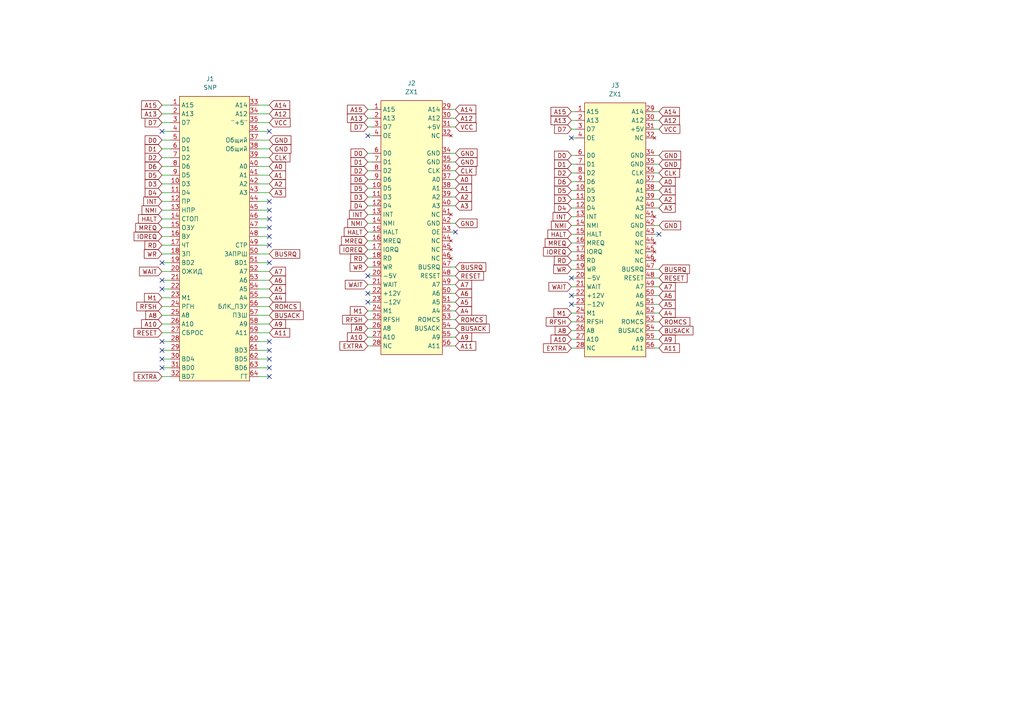
<source format=kicad_sch>
(kicad_sch (version 20230121) (generator eeschema)
  (paper "A4")
  (lib_symbols
    (symbol "ZXBUS_1"
      (property "Reference" "J2" (at 0 43.18 0))
      (property "Value" "ZX1" (at 0 40.64 0))
      (symbol "ZXBUS_1_1_1"
        (rectangle (start -8.89 38.1) (end 8.89 -35.56) (fill (type background)))
        (pin input line (at -11.43 35.56 0) (length 2.54) (name "A15") (number "1"))
        (pin input line (at -11.43 12.7 0) (length 2.54) (name "D5") (number "10"))
        (pin input line (at -11.43 10.16 0) (length 2.54) (name "D3") (number "11"))
        (pin input line (at -11.43 7.62 0) (length 2.54) (name "D4") (number "12"))
        (pin input line (at -11.43 5.08 0) (length 2.54) (name "INT") (number "13"))
        (pin input line (at -11.43 2.54 0) (length 2.54) (name "NMI") (number "14"))
        (pin input line (at -11.43 0 0) (length 2.54) (name "HALT") (number "15"))
        (pin input line (at -11.43 -2.54 0) (length 2.54) (name "MREQ") (number "16"))
        (pin input line (at -11.43 -5.08 0) (length 2.54) (name "IORQ") (number "17"))
        (pin input line (at -11.43 -7.62 0) (length 2.54) (name "RD") (number "18"))
        (pin input line (at -11.43 -10.16 0) (length 2.54) (name "WR") (number "19"))
        (pin input line (at -11.43 33.02 0) (length 2.54) (name "A13") (number "2"))
        (pin input line (at -11.43 -12.7 0) (length 2.54) (name "-5V") (number "20"))
        (pin input line (at -11.43 -15.24 0) (length 2.54) (name "WAIT") (number "21"))
        (pin input line (at -11.43 -17.78 0) (length 2.54) (name "+12V") (number "22"))
        (pin input line (at -11.43 -20.32 0) (length 2.54) (name "-12V") (number "23"))
        (pin input line (at -11.43 -22.86 0) (length 2.54) (name "M1") (number "24"))
        (pin input line (at -11.43 -25.4 0) (length 2.54) (name "RFSH") (number "25"))
        (pin input line (at -11.43 -27.94 0) (length 2.54) (name "A8") (number "26"))
        (pin input line (at -11.43 -30.48 0) (length 2.54) (name "A10") (number "27"))
        (pin input line (at -11.43 -33.02 0) (length 2.54) (name "NC") (number "28"))
        (pin input line (at 11.43 35.56 180) (length 2.54) (name "A14") (number "29"))
        (pin input line (at -11.43 30.48 0) (length 2.54) (name "D7") (number "3"))
        (pin input line (at 11.43 33.02 180) (length 2.54) (name "A12") (number "30"))
        (pin input line (at 11.43 30.48 180) (length 2.54) (name "+5V") (number "31"))
        (pin no_connect line (at 11.43 27.94 180) (length 2.54) (name "NC") (number "32"))
        (pin input line (at 11.43 22.86 180) (length 2.54) (name "GND") (number "34"))
        (pin input line (at 11.43 20.32 180) (length 2.54) (name "GND") (number "35"))
        (pin input line (at 11.43 17.78 180) (length 2.54) (name "CLK") (number "36"))
        (pin input line (at 11.43 15.24 180) (length 2.54) (name "A0") (number "37"))
        (pin input line (at 11.43 12.7 180) (length 2.54) (name "A1") (number "38"))
        (pin input line (at 11.43 10.16 180) (length 2.54) (name "A2") (number "39"))
        (pin input line (at -11.43 27.94 0) (length 2.54) (name "OE") (number "4"))
        (pin input line (at 11.43 7.62 180) (length 2.54) (name "A3") (number "40"))
        (pin no_connect line (at 11.43 5.08 180) (length 2.54) (name "NC") (number "41"))
        (pin input line (at 11.43 2.54 180) (length 2.54) (name "GND") (number "42"))
        (pin input line (at 11.43 0 180) (length 2.54) (name "OE") (number "43"))
        (pin no_connect line (at 11.43 -2.54 180) (length 2.54) (name "NC") (number "44"))
        (pin no_connect line (at 11.43 -5.08 180) (length 2.54) (name "NC") (number "45"))
        (pin no_connect line (at 11.43 -7.62 180) (length 2.54) (name "NC") (number "46"))
        (pin input line (at 11.43 -10.16 180) (length 2.54) (name "BUSRQ") (number "47"))
        (pin input line (at 11.43 -12.7 180) (length 2.54) (name "RESET") (number "48"))
        (pin input line (at 11.43 -15.24 180) (length 2.54) (name "A7") (number "49"))
        (pin input line (at 11.43 -17.78 180) (length 2.54) (name "A6") (number "50"))
        (pin input line (at 11.43 -20.32 180) (length 2.54) (name "A5") (number "51"))
        (pin input line (at 11.43 -22.86 180) (length 2.54) (name "A4") (number "52"))
        (pin input line (at 11.43 -25.4 180) (length 2.54) (name "ROMCS") (number "53"))
        (pin input line (at 11.43 -27.94 180) (length 2.54) (name "BUSACK") (number "54"))
        (pin input line (at 11.43 -30.48 180) (length 2.54) (name "A9") (number "55"))
        (pin input line (at 11.43 -33.02 180) (length 2.54) (name "A11") (number "56"))
        (pin input line (at -11.43 22.86 0) (length 2.54) (name "D0") (number "6"))
        (pin input line (at -11.43 20.32 0) (length 2.54) (name "D1") (number "7"))
        (pin input line (at -11.43 17.78 0) (length 2.54) (name "D2") (number "8"))
        (pin input line (at -11.43 15.24 0) (length 2.54) (name "D6") (number "9"))
      )
    )
    (symbol "delta_convertor:SNP"
      (property "Reference" "J1" (at -1.27 44.45 0))
      (property "Value" "SNP" (at -1.27 41.91 0))
      (symbol "SNP_1_1"
        (rectangle (start -10.16 39.37) (end 10.16 -43.18) (fill (type background)))
        (pin output line (at -12.7 36.83 0) (length 2.54) (name "A15") (number "1"))
        (pin output line (at -12.7 13.97 0) (length 2.54) (name "D3") (number "10"))
        (pin output line (at -12.7 11.43 0) (length 2.54) (name "D4") (number "11"))
        (pin output line (at -12.7 8.89 0) (length 2.54) (name "ПР") (number "12"))
        (pin output line (at -12.7 6.35 0) (length 2.54) (name "НПР") (number "13"))
        (pin output line (at -12.7 3.81 0) (length 2.54) (name "СТОП") (number "14"))
        (pin output line (at -12.7 1.27 0) (length 2.54) (name "ОЗУ") (number "15"))
        (pin output line (at -12.7 -1.27 0) (length 2.54) (name "ВУ") (number "16"))
        (pin output line (at -12.7 -3.81 0) (length 2.54) (name "ЧТ") (number "17"))
        (pin output line (at -12.7 -6.35 0) (length 2.54) (name "ЗП") (number "18"))
        (pin output line (at -12.7 -8.89 0) (length 2.54) (name "BD2") (number "19"))
        (pin output line (at -12.7 34.29 0) (length 2.54) (name "A13") (number "2"))
        (pin output line (at -12.7 -11.43 0) (length 2.54) (name "ОЖИД") (number "20"))
        (pin output line (at -12.7 -13.97 0) (length 2.54) (name "") (number "21"))
        (pin output line (at -12.7 -16.51 0) (length 2.54) (name "") (number "22"))
        (pin output line (at -12.7 -19.05 0) (length 2.54) (name "М1") (number "23"))
        (pin output line (at -12.7 -21.59 0) (length 2.54) (name "РГН") (number "24"))
        (pin output line (at -12.7 -24.13 0) (length 2.54) (name "A8") (number "25"))
        (pin output line (at -12.7 -26.67 0) (length 2.54) (name "A10") (number "26"))
        (pin output line (at -12.7 -29.21 0) (length 2.54) (name "СБРОС") (number "27"))
        (pin output line (at -12.7 -31.75 0) (length 2.54) (name "") (number "28"))
        (pin output line (at -12.7 -34.29 0) (length 2.54) (name "") (number "29"))
        (pin output line (at -12.7 31.75 0) (length 2.54) (name "D7") (number "3"))
        (pin output line (at -12.7 -36.83 0) (length 2.54) (name "BD4") (number "30"))
        (pin output line (at -12.7 -39.37 0) (length 2.54) (name "BD0") (number "31"))
        (pin output line (at -12.7 -41.91 0) (length 2.54) (name "BD7") (number "32"))
        (pin output line (at 12.7 36.83 180) (length 2.54) (name "A14") (number "33"))
        (pin output line (at 12.7 34.29 180) (length 2.54) (name "A12") (number "34"))
        (pin output line (at 12.7 31.75 180) (length 2.54) (name "\"+5\"") (number "35"))
        (pin output line (at 12.7 29.21 180) (length 2.54) (name "") (number "36"))
        (pin output line (at 12.7 26.67 180) (length 2.54) (name "Общий") (number "37"))
        (pin output line (at 12.7 24.13 180) (length 2.54) (name "Общий") (number "38"))
        (pin output line (at 12.7 21.59 180) (length 2.54) (name "") (number "39"))
        (pin output line (at -12.7 29.21 0) (length 2.54) (name "") (number "4"))
        (pin output line (at 12.7 19.05 180) (length 2.54) (name "A0") (number "40"))
        (pin output line (at 12.7 16.51 180) (length 2.54) (name "A1") (number "41"))
        (pin output line (at 12.7 13.97 180) (length 2.54) (name "A2") (number "42"))
        (pin output line (at 12.7 11.43 180) (length 2.54) (name "A3") (number "43"))
        (pin output line (at 12.7 8.89 180) (length 2.54) (name "") (number "44"))
        (pin output line (at 12.7 6.35 180) (length 2.54) (name "") (number "45"))
        (pin output line (at 12.7 3.81 180) (length 2.54) (name "") (number "46"))
        (pin output line (at 12.7 1.27 180) (length 2.54) (name "") (number "47"))
        (pin output line (at 12.7 -1.27 180) (length 2.54) (name "") (number "48"))
        (pin output line (at 12.7 -3.81 180) (length 2.54) (name "СТР") (number "49"))
        (pin output line (at -12.7 26.67 0) (length 2.54) (name "D0") (number "5"))
        (pin output line (at 12.7 -6.35 180) (length 2.54) (name "ЗАПРШ") (number "50"))
        (pin output line (at 12.7 -8.89 180) (length 2.54) (name "BD1") (number "51"))
        (pin output line (at 12.7 -11.43 180) (length 2.54) (name "A7") (number "52"))
        (pin output line (at 12.7 -13.97 180) (length 2.54) (name "A6") (number "53"))
        (pin output line (at 12.7 -16.51 180) (length 2.54) (name "A5") (number "54"))
        (pin output line (at 12.7 -19.05 180) (length 2.54) (name "A4") (number "55"))
        (pin output line (at 12.7 -21.59 180) (length 2.54) (name "БЛК_ПЗУ") (number "56"))
        (pin output line (at 12.7 -24.13 180) (length 2.54) (name "ПЗШ") (number "57"))
        (pin output line (at 12.7 -26.67 180) (length 2.54) (name "A9") (number "58"))
        (pin output line (at 12.7 -29.21 180) (length 2.54) (name "A11") (number "59"))
        (pin output line (at -12.7 24.13 0) (length 2.54) (name "D1") (number "6"))
        (pin output line (at 12.7 -31.75 180) (length 2.54) (name "") (number "60"))
        (pin output line (at 12.7 -34.29 180) (length 2.54) (name "BD3") (number "61"))
        (pin output line (at 12.7 -36.83 180) (length 2.54) (name "BD5") (number "62"))
        (pin output line (at 12.7 -39.37 180) (length 2.54) (name "BD6") (number "63"))
        (pin output line (at 12.7 -41.91 180) (length 2.54) (name "ГТ") (number "64"))
        (pin output line (at -12.7 21.59 0) (length 2.54) (name "D2") (number "7"))
        (pin output line (at -12.7 19.05 0) (length 2.54) (name "D6") (number "8"))
        (pin output line (at -12.7 16.51 0) (length 2.54) (name "D5") (number "9"))
      )
    )
  )
  (no_connect (at 46.99 38.1))
  (no_connect (at 78.105 101.6))
  (no_connect (at 46.99 76.2))
  (no_connect (at 191.135 67.945))
  (no_connect (at 165.735 80.645))
  (no_connect (at 78.105 106.68))
  (no_connect (at 165.735 85.725))
  (no_connect (at 46.99 81.28))
  (no_connect (at 106.68 85.09))
  (no_connect (at 78.105 71.12))
  (no_connect (at 165.735 40.005))
  (no_connect (at 46.99 99.06))
  (no_connect (at 78.105 76.2))
  (no_connect (at 78.105 58.42))
  (no_connect (at 78.105 60.96))
  (no_connect (at 78.105 109.22))
  (no_connect (at 46.99 101.6))
  (no_connect (at 132.08 67.31))
  (no_connect (at 78.105 66.04))
  (no_connect (at 78.105 104.14))
  (no_connect (at 46.99 106.68))
  (no_connect (at 106.68 80.01))
  (no_connect (at 106.68 39.37))
  (no_connect (at 78.105 63.5))
  (no_connect (at 106.68 87.63))
  (no_connect (at 78.105 68.58))
  (no_connect (at 46.99 83.82))
  (no_connect (at 78.105 99.06))
  (no_connect (at 165.735 88.265))
  (no_connect (at 46.99 104.14))
  (no_connect (at 78.105 38.1))
  (wire (pts (xy 46.99 30.48) (xy 49.53 30.48)))
  (wire (pts (xy 46.99 48.26) (xy 49.53 48.26)))
  (wire (pts (xy 78.105 86.36) (xy 74.93 86.36)))
  (wire (pts (xy 46.99 43.18) (xy 49.53 43.18)))
  (wire (pts (xy 165.735 55.245) (xy 167.005 55.245)))
  (wire (pts (xy 78.105 30.48) (xy 74.93 30.48)))
  (wire (pts (xy 106.68 46.99) (xy 107.95 46.99)))
  (wire (pts (xy 132.08 36.83) (xy 130.81 36.83)))
  (wire (pts (xy 165.735 32.385) (xy 167.005 32.385)))
  (wire (pts (xy 191.135 34.925) (xy 189.865 34.925)))
  (wire (pts (xy 191.135 90.805) (xy 189.865 90.805)))
  (wire (pts (xy 46.99 66.04) (xy 49.53 66.04)))
  (wire (pts (xy 46.99 63.5) (xy 49.53 63.5)))
  (wire (pts (xy 78.105 66.04) (xy 74.93 66.04)))
  (wire (pts (xy 165.735 83.185) (xy 167.005 83.185)))
  (wire (pts (xy 46.99 101.6) (xy 49.53 101.6)))
  (wire (pts (xy 165.735 67.945) (xy 167.005 67.945)))
  (wire (pts (xy 165.735 52.705) (xy 167.005 52.705)))
  (wire (pts (xy 165.735 100.965) (xy 167.005 100.965)))
  (wire (pts (xy 46.99 68.58) (xy 49.53 68.58)))
  (wire (pts (xy 132.08 67.31) (xy 130.81 67.31)))
  (wire (pts (xy 106.68 52.07) (xy 107.95 52.07)))
  (wire (pts (xy 78.105 53.34) (xy 74.93 53.34)))
  (wire (pts (xy 78.105 45.72) (xy 74.93 45.72)))
  (wire (pts (xy 191.135 60.325) (xy 189.865 60.325)))
  (wire (pts (xy 106.68 72.39) (xy 107.95 72.39)))
  (wire (pts (xy 78.105 99.06) (xy 74.93 99.06)))
  (wire (pts (xy 165.735 88.265) (xy 167.005 88.265)))
  (wire (pts (xy 46.99 73.66) (xy 49.53 73.66)))
  (wire (pts (xy 78.105 68.58) (xy 74.93 68.58)))
  (wire (pts (xy 46.99 40.64) (xy 49.53 40.64)))
  (wire (pts (xy 78.105 81.28) (xy 74.93 81.28)))
  (wire (pts (xy 46.99 86.36) (xy 49.53 86.36)))
  (wire (pts (xy 165.735 73.025) (xy 167.005 73.025)))
  (wire (pts (xy 165.735 95.885) (xy 167.005 95.885)))
  (wire (pts (xy 165.735 80.645) (xy 167.005 80.645)))
  (wire (pts (xy 191.135 80.645) (xy 189.865 80.645)))
  (wire (pts (xy 132.08 64.77) (xy 130.81 64.77)))
  (wire (pts (xy 78.105 78.74) (xy 74.93 78.74)))
  (wire (pts (xy 78.105 58.42) (xy 74.93 58.42)))
  (wire (pts (xy 132.08 82.55) (xy 130.81 82.55)))
  (wire (pts (xy 78.105 63.5) (xy 74.93 63.5)))
  (wire (pts (xy 78.105 109.22) (xy 74.93 109.22)))
  (wire (pts (xy 106.68 49.53) (xy 107.95 49.53)))
  (wire (pts (xy 46.99 35.56) (xy 49.53 35.56)))
  (wire (pts (xy 191.135 93.345) (xy 189.865 93.345)))
  (wire (pts (xy 106.68 90.17) (xy 107.95 90.17)))
  (wire (pts (xy 191.135 57.785) (xy 189.865 57.785)))
  (wire (pts (xy 165.735 75.565) (xy 167.005 75.565)))
  (wire (pts (xy 132.08 44.45) (xy 130.81 44.45)))
  (wire (pts (xy 191.135 98.425) (xy 189.865 98.425)))
  (wire (pts (xy 165.735 98.425) (xy 167.005 98.425)))
  (wire (pts (xy 46.99 106.68) (xy 49.53 106.68)))
  (wire (pts (xy 165.735 40.005) (xy 167.005 40.005)))
  (wire (pts (xy 106.68 85.09) (xy 107.95 85.09)))
  (wire (pts (xy 78.105 50.8) (xy 74.93 50.8)))
  (wire (pts (xy 106.68 74.93) (xy 107.95 74.93)))
  (wire (pts (xy 78.105 76.2) (xy 74.93 76.2)))
  (wire (pts (xy 191.135 78.105) (xy 189.865 78.105)))
  (wire (pts (xy 78.105 71.12) (xy 74.93 71.12)))
  (wire (pts (xy 106.68 54.61) (xy 107.95 54.61)))
  (wire (pts (xy 46.99 38.1) (xy 49.53 38.1)))
  (wire (pts (xy 106.68 39.37) (xy 107.95 39.37)))
  (wire (pts (xy 106.68 100.33) (xy 107.95 100.33)))
  (wire (pts (xy 78.105 40.64) (xy 74.93 40.64)))
  (wire (pts (xy 165.735 60.325) (xy 167.005 60.325)))
  (wire (pts (xy 106.68 31.75) (xy 107.95 31.75)))
  (wire (pts (xy 78.105 48.26) (xy 74.93 48.26)))
  (wire (pts (xy 106.68 80.01) (xy 107.95 80.01)))
  (wire (pts (xy 46.99 88.9) (xy 49.53 88.9)))
  (wire (pts (xy 78.105 60.96) (xy 74.93 60.96)))
  (wire (pts (xy 165.735 85.725) (xy 167.005 85.725)))
  (wire (pts (xy 46.99 93.98) (xy 49.53 93.98)))
  (wire (pts (xy 78.105 38.1) (xy 74.93 38.1)))
  (wire (pts (xy 78.105 101.6) (xy 74.93 101.6)))
  (wire (pts (xy 132.08 77.47) (xy 130.81 77.47)))
  (wire (pts (xy 46.99 55.88) (xy 49.53 55.88)))
  (wire (pts (xy 46.99 104.14) (xy 49.53 104.14)))
  (wire (pts (xy 46.99 60.96) (xy 49.53 60.96)))
  (wire (pts (xy 132.08 97.79) (xy 130.81 97.79)))
  (wire (pts (xy 191.135 83.185) (xy 189.865 83.185)))
  (wire (pts (xy 132.08 95.25) (xy 130.81 95.25)))
  (wire (pts (xy 46.99 45.72) (xy 49.53 45.72)))
  (wire (pts (xy 106.68 44.45) (xy 107.95 44.45)))
  (wire (pts (xy 46.99 78.74) (xy 49.53 78.74)))
  (wire (pts (xy 191.135 100.965) (xy 189.865 100.965)))
  (wire (pts (xy 106.68 57.15) (xy 107.95 57.15)))
  (wire (pts (xy 191.135 65.405) (xy 189.865 65.405)))
  (wire (pts (xy 132.08 52.07) (xy 130.81 52.07)))
  (wire (pts (xy 191.135 67.945) (xy 189.865 67.945)))
  (wire (pts (xy 46.99 99.06) (xy 49.53 99.06)))
  (wire (pts (xy 132.08 57.15) (xy 130.81 57.15)))
  (wire (pts (xy 106.68 92.71) (xy 107.95 92.71)))
  (wire (pts (xy 106.68 62.23) (xy 107.95 62.23)))
  (wire (pts (xy 78.105 93.98) (xy 74.93 93.98)))
  (wire (pts (xy 78.105 88.9) (xy 74.93 88.9)))
  (wire (pts (xy 78.105 73.66) (xy 74.93 73.66)))
  (wire (pts (xy 132.08 90.17) (xy 130.81 90.17)))
  (wire (pts (xy 165.735 45.085) (xy 167.005 45.085)))
  (wire (pts (xy 132.08 31.75) (xy 130.81 31.75)))
  (wire (pts (xy 165.735 90.805) (xy 167.005 90.805)))
  (wire (pts (xy 78.105 55.88) (xy 74.93 55.88)))
  (wire (pts (xy 132.08 80.01) (xy 130.81 80.01)))
  (wire (pts (xy 132.08 85.09) (xy 130.81 85.09)))
  (wire (pts (xy 191.135 32.385) (xy 189.865 32.385)))
  (wire (pts (xy 46.99 109.22) (xy 49.53 109.22)))
  (wire (pts (xy 46.99 53.34) (xy 49.53 53.34)))
  (wire (pts (xy 78.105 104.14) (xy 74.93 104.14)))
  (wire (pts (xy 46.99 83.82) (xy 49.53 83.82)))
  (wire (pts (xy 78.105 91.44) (xy 74.93 91.44)))
  (wire (pts (xy 165.735 70.485) (xy 167.005 70.485)))
  (wire (pts (xy 165.735 93.345) (xy 167.005 93.345)))
  (wire (pts (xy 191.135 50.165) (xy 189.865 50.165)))
  (wire (pts (xy 106.68 64.77) (xy 107.95 64.77)))
  (wire (pts (xy 132.08 54.61) (xy 130.81 54.61)))
  (wire (pts (xy 191.135 47.625) (xy 189.865 47.625)))
  (wire (pts (xy 46.99 76.2) (xy 49.53 76.2)))
  (wire (pts (xy 106.68 82.55) (xy 107.95 82.55)))
  (wire (pts (xy 106.68 67.31) (xy 107.95 67.31)))
  (wire (pts (xy 78.105 83.82) (xy 74.93 83.82)))
  (wire (pts (xy 78.105 33.02) (xy 74.93 33.02)))
  (wire (pts (xy 106.68 77.47) (xy 107.95 77.47)))
  (wire (pts (xy 191.135 45.085) (xy 189.865 45.085)))
  (wire (pts (xy 165.735 78.105) (xy 167.005 78.105)))
  (wire (pts (xy 191.135 95.885) (xy 189.865 95.885)))
  (wire (pts (xy 78.105 106.68) (xy 74.93 106.68)))
  (wire (pts (xy 46.99 81.28) (xy 49.53 81.28)))
  (wire (pts (xy 132.08 100.33) (xy 130.81 100.33)))
  (wire (pts (xy 165.735 34.925) (xy 167.005 34.925)))
  (wire (pts (xy 106.68 34.29) (xy 107.95 34.29)))
  (wire (pts (xy 106.68 59.69) (xy 107.95 59.69)))
  (wire (pts (xy 132.08 34.29) (xy 130.81 34.29)))
  (wire (pts (xy 46.99 71.12) (xy 49.53 71.12)))
  (wire (pts (xy 132.08 59.69) (xy 130.81 59.69)))
  (wire (pts (xy 191.135 55.245) (xy 189.865 55.245)))
  (wire (pts (xy 132.08 87.63) (xy 130.81 87.63)))
  (wire (pts (xy 46.99 50.8) (xy 49.53 50.8)))
  (wire (pts (xy 165.735 37.465) (xy 167.005 37.465)))
  (wire (pts (xy 106.68 36.83) (xy 107.95 36.83)))
  (wire (pts (xy 191.135 37.465) (xy 189.865 37.465)))
  (wire (pts (xy 165.735 47.625) (xy 167.005 47.625)))
  (wire (pts (xy 78.105 35.56) (xy 74.93 35.56)))
  (wire (pts (xy 132.08 46.99) (xy 130.81 46.99)))
  (wire (pts (xy 106.68 87.63) (xy 107.95 87.63)))
  (wire (pts (xy 46.99 58.42) (xy 49.53 58.42)))
  (wire (pts (xy 165.735 50.165) (xy 167.005 50.165)))
  (wire (pts (xy 165.735 65.405) (xy 167.005 65.405)))
  (wire (pts (xy 191.135 85.725) (xy 189.865 85.725)))
  (wire (pts (xy 191.135 88.265) (xy 189.865 88.265)))
  (wire (pts (xy 106.68 95.25) (xy 107.95 95.25)))
  (wire (pts (xy 106.68 97.79) (xy 107.95 97.79)))
  (wire (pts (xy 78.105 96.52) (xy 74.93 96.52)))
  (wire (pts (xy 46.99 91.44) (xy 49.53 91.44)))
  (wire (pts (xy 191.135 52.705) (xy 189.865 52.705)))
  (wire (pts (xy 132.08 92.71) (xy 130.81 92.71)))
  (wire (pts (xy 132.08 49.53) (xy 130.81 49.53)))
  (wire (pts (xy 78.105 43.18) (xy 74.93 43.18)))
  (wire (pts (xy 46.99 96.52) (xy 49.53 96.52)))
  (wire (pts (xy 106.68 69.85) (xy 107.95 69.85)))
  (wire (pts (xy 46.99 33.02) (xy 49.53 33.02)))
  (wire (pts (xy 165.735 62.865) (xy 167.005 62.865)))
  (wire (pts (xy 165.735 57.785) (xy 167.005 57.785)))
  (global_label "A10" (shape input) (at 165.735 98.425 180) (property "Intersheetrefs" "${INTERSHEET_REFS}" (effects hide)))
  (global_label "CLK" (shape input) (at 78.105 45.72 0) (property "Intersheetrefs" "${INTERSHEET_REFS}" (effects hide)))
  (global_label "GND" (shape input) (at 132.08 64.77 0) (property "Intersheetrefs" "${INTERSHEET_REFS}" (effects hide)))
  (global_label "D4" (shape input) (at 106.68 59.69 180) (property "Intersheetrefs" "${INTERSHEET_REFS}" (effects hide)))
  (global_label "A3" (shape input) (at 191.135 60.325 0) (property "Intersheetrefs" "${INTERSHEET_REFS}" (effects hide)))
  (global_label "MREQ" (shape input) (at 46.99 66.04 180) (property "Intersheetrefs" "${INTERSHEET_REFS}" (effects hide)))
  (global_label "GND" (shape input) (at 132.08 44.45 0) (property "Intersheetrefs" "${INTERSHEET_REFS}" (effects hide)))
  (global_label "WAIT" (shape input) (at 46.99 78.74 180) (property "Intersheetrefs" "${INTERSHEET_REFS}" (effects hide)))
  (global_label "A0" (shape input) (at 191.135 52.705 0) (property "Intersheetrefs" "${INTERSHEET_REFS}" (effects hide)))
  (global_label "A5" (shape input) (at 191.135 88.265 0) (property "Intersheetrefs" "${INTERSHEET_REFS}" (effects hide)))
  (global_label "A1" (shape input) (at 78.105 50.8 0) (property "Intersheetrefs" "${INTERSHEET_REFS}" (effects hide)))
  (global_label "IOREQ" (shape input) (at 106.68 72.39 180) (property "Intersheetrefs" "${INTERSHEET_REFS}" (effects hide)))
  (global_label "INT" (shape input) (at 46.99 58.42 180) (property "Intersheetrefs" "${INTERSHEET_REFS}" (effects hide)))
  (global_label "RFSH" (shape input) (at 46.99 88.9 180) (property "Intersheetrefs" "${INTERSHEET_REFS}" (effects hide)))
  (global_label "D4" (shape input) (at 165.735 60.325 180) (property "Intersheetrefs" "${INTERSHEET_REFS}" (effects hide)))
  (global_label "D1" (shape input) (at 106.68 46.99 180) (property "Intersheetrefs" "${INTERSHEET_REFS}" (effects hide)))
  (global_label "RFSH" (shape input) (at 106.68 92.71 180) (property "Intersheetrefs" "${INTERSHEET_REFS}" (effects hide)))
  (global_label "D3" (shape input) (at 106.68 57.15 180) (property "Intersheetrefs" "${INTERSHEET_REFS}" (effects hide)))
  (global_label "D4" (shape input) (at 46.99 55.88 180) (property "Intersheetrefs" "${INTERSHEET_REFS}" (effects hide)))
  (global_label "D7" (shape input) (at 165.735 37.465 180) (property "Intersheetrefs" "${INTERSHEET_REFS}" (effects hide)))
  (global_label "D0" (shape input) (at 46.99 40.64 180) (property "Intersheetrefs" "${INTERSHEET_REFS}" (effects hide)))
  (global_label "NMI" (shape input) (at 165.735 65.405 180) (property "Intersheetrefs" "${INTERSHEET_REFS}" (effects hide)))
  (global_label "A8" (shape input) (at 46.99 91.44 180) (property "Intersheetrefs" "${INTERSHEET_REFS}" (effects hide)))
  (global_label "A13" (shape input) (at 165.735 34.925 180) (property "Intersheetrefs" "${INTERSHEET_REFS}" (effects hide)))
  (global_label "D5" (shape input) (at 106.68 54.61 180) (property "Intersheetrefs" "${INTERSHEET_REFS}" (effects hide)))
  (global_label "HALT" (shape input) (at 46.99 63.5 180) (property "Intersheetrefs" "${INTERSHEET_REFS}" (effects hide)))
  (global_label "M1" (shape input) (at 46.99 86.36 180) (property "Intersheetrefs" "${INTERSHEET_REFS}" (effects hide)))
  (global_label "GND" (shape input) (at 191.135 45.085 0) (property "Intersheetrefs" "${INTERSHEET_REFS}" (effects hide)))
  (global_label "EXTRA" (shape input) (at 106.68 100.33 180) (property "Intersheetrefs" "${INTERSHEET_REFS}" (effects hide)))
  (global_label "D0" (shape input) (at 165.735 45.085 180) (property "Intersheetrefs" "${INTERSHEET_REFS}" (effects hide)))
  (global_label "A4" (shape input) (at 191.135 90.805 0) (property "Intersheetrefs" "${INTERSHEET_REFS}" (effects hide)))
  (global_label "A6" (shape input) (at 78.105 81.28 0) (property "Intersheetrefs" "${INTERSHEET_REFS}" (effects hide)))
  (global_label "D7" (shape input) (at 46.99 35.56 180) (property "Intersheetrefs" "${INTERSHEET_REFS}" (effects hide)))
  (global_label "WR" (shape input) (at 106.68 77.47 180) (property "Intersheetrefs" "${INTERSHEET_REFS}" (effects hide)))
  (global_label "A11" (shape input) (at 191.135 100.965 0) (property "Intersheetrefs" "${INTERSHEET_REFS}" (effects hide)))
  (global_label "A14" (shape input) (at 78.105 30.48 0) (property "Intersheetrefs" "${INTERSHEET_REFS}" (effects hide)))
  (global_label "HALT" (shape input) (at 106.68 67.31 180) (property "Intersheetrefs" "${INTERSHEET_REFS}" (effects hide)))
  (global_label "CLK" (shape input) (at 191.135 50.165 0) (property "Intersheetrefs" "${INTERSHEET_REFS}" (effects hide)))
  (global_label "GND" (shape input) (at 78.105 43.18 0) (property "Intersheetrefs" "${INTERSHEET_REFS}" (effects hide)))
  (global_label "RFSH" (shape input) (at 165.735 93.345 180) (property "Intersheetrefs" "${INTERSHEET_REFS}" (effects hide)))
  (global_label "A6" (shape input) (at 191.135 85.725 0) (property "Intersheetrefs" "${INTERSHEET_REFS}" (effects hide)))
  (global_label "M1" (shape input) (at 165.735 90.805 180) (property "Intersheetrefs" "${INTERSHEET_REFS}" (effects hide)))
  (global_label "D2" (shape input) (at 46.99 45.72 180) (property "Intersheetrefs" "${INTERSHEET_REFS}" (effects hide)))
  (global_label "A0" (shape input) (at 132.08 52.07 0) (property "Intersheetrefs" "${INTERSHEET_REFS}" (effects hide)))
  (global_label "D3" (shape input) (at 46.99 53.34 180) (property "Intersheetrefs" "${INTERSHEET_REFS}" (effects hide)))
  (global_label "A8" (shape input) (at 106.68 95.25 180) (property "Intersheetrefs" "${INTERSHEET_REFS}" (effects hide)))
  (global_label "D1" (shape input) (at 165.735 47.625 180) (property "Intersheetrefs" "${INTERSHEET_REFS}" (effects hide)))
  (global_label "ROMCS" (shape input) (at 191.135 93.345 0) (property "Intersheetrefs" "${INTERSHEET_REFS}" (effects hide)))
  (global_label "A4" (shape input) (at 78.105 86.36 0) (property "Intersheetrefs" "${INTERSHEET_REFS}" (effects hide)))
  (global_label "A9" (shape input) (at 132.08 97.79 0) (property "Intersheetrefs" "${INTERSHEET_REFS}" (effects hide)))
  (global_label "A7" (shape input) (at 132.08 82.55 0) (property "Intersheetrefs" "${INTERSHEET_REFS}" (effects hide)))
  (global_label "RESET" (shape input) (at 132.08 80.01 0) (property "Intersheetrefs" "${INTERSHEET_REFS}" (effects hide)))
  (global_label "RD" (shape input) (at 46.99 71.12 180) (property "Intersheetrefs" "${INTERSHEET_REFS}" (effects hide)))
  (global_label "A11" (shape input) (at 78.105 96.52 0) (property "Intersheetrefs" "${INTERSHEET_REFS}" (effects hide)))
  (global_label "VCC" (shape input) (at 191.135 37.465 0) (property "Intersheetrefs" "${INTERSHEET_REFS}" (effects hide)))
  (global_label "A15" (shape input) (at 106.68 31.75 180) (property "Intersheetrefs" "${INTERSHEET_REFS}" (effects hide)))
  (global_label "D2" (shape input) (at 106.68 49.53 180) (property "Intersheetrefs" "${INTERSHEET_REFS}" (effects hide)))
  (global_label "A15" (shape input) (at 46.99 30.48 180) (property "Intersheetrefs" "${INTERSHEET_REFS}" (effects hide)))
  (global_label "A3" (shape input) (at 78.105 55.88 0) (property "Intersheetrefs" "${INTERSHEET_REFS}" (effects hide)))
  (global_label "RESET" (shape input) (at 46.99 96.52 180) (property "Intersheetrefs" "${INTERSHEET_REFS}" (effects hide)))
  (global_label "A2" (shape input) (at 132.08 57.15 0) (property "Intersheetrefs" "${INTERSHEET_REFS}" (effects hide)))
  (global_label "D5" (shape input) (at 46.99 50.8 180) (property "Intersheetrefs" "${INTERSHEET_REFS}" (effects hide)))
  (global_label "MREQ" (shape input) (at 106.68 69.85 180) (property "Intersheetrefs" "${INTERSHEET_REFS}" (effects hide)))
  (global_label "RD" (shape input) (at 106.68 74.93 180) (property "Intersheetrefs" "${INTERSHEET_REFS}" (effects hide)))
  (global_label "WAIT" (shape input) (at 165.735 83.185 180) (property "Intersheetrefs" "${INTERSHEET_REFS}" (effects hide)))
  (global_label "M1" (shape input) (at 106.68 90.17 180) (property "Intersheetrefs" "${INTERSHEET_REFS}" (effects hide)))
  (global_label "A2" (shape input) (at 191.135 57.785 0) (property "Intersheetrefs" "${INTERSHEET_REFS}" (effects hide)))
  (global_label "CLK" (shape input) (at 132.08 49.53 0) (property "Intersheetrefs" "${INTERSHEET_REFS}" (effects hide)))
  (global_label "A6" (shape input) (at 132.08 85.09 0) (property "Intersheetrefs" "${INTERSHEET_REFS}" (effects hide)))
  (global_label "D5" (shape input) (at 165.735 55.245 180) (property "Intersheetrefs" "${INTERSHEET_REFS}" (effects hide)))
  (global_label "ROMCS" (shape input) (at 78.105 88.9 0) (property "Intersheetrefs" "${INTERSHEET_REFS}" (effects hide)))
  (global_label "A5" (shape input) (at 78.105 83.82 0) (property "Intersheetrefs" "${INTERSHEET_REFS}" (effects hide)))
  (global_label "BUSACK" (shape input) (at 132.08 95.25 0) (property "Intersheetrefs" "${INTERSHEET_REFS}" (effects hide)))
  (global_label "D0" (shape input) (at 106.68 44.45 180) (property "Intersheetrefs" "${INTERSHEET_REFS}" (effects hide)))
  (global_label "NMI" (shape input) (at 106.68 64.77 180) (property "Intersheetrefs" "${INTERSHEET_REFS}" (effects hide)))
  (global_label "A15" (shape input) (at 165.735 32.385 180) (property "Intersheetrefs" "${INTERSHEET_REFS}" (effects hide)))
  (global_label "A7" (shape input) (at 78.105 78.74 0) (property "Intersheetrefs" "${INTERSHEET_REFS}" (effects hide)))
  (global_label "INT" (shape input) (at 165.735 62.865 180) (property "Intersheetrefs" "${INTERSHEET_REFS}" (effects hide)))
  (global_label "ROMCS" (shape input) (at 132.08 92.71 0) (property "Intersheetrefs" "${INTERSHEET_REFS}" (effects hide)))
  (global_label "D1" (shape input) (at 46.99 43.18 180) (property "Intersheetrefs" "${INTERSHEET_REFS}" (effects hide)))
  (global_label "BUSRQ" (shape input) (at 78.105 73.66 0) (property "Intersheetrefs" "${INTERSHEET_REFS}" (effects hide)))
  (global_label "RESET" (shape input) (at 191.135 80.645 0) (property "Intersheetrefs" "${INTERSHEET_REFS}" (effects hide)))
  (global_label "A14" (shape input) (at 191.135 32.385 0) (property "Intersheetrefs" "${INTERSHEET_REFS}" (effects hide)))
  (global_label "MREQ" (shape input) (at 165.735 70.485 180) (property "Intersheetrefs" "${INTERSHEET_REFS}" (effects hide)))
  (global_label "HALT" (shape input) (at 165.735 67.945 180) (property "Intersheetrefs" "${INTERSHEET_REFS}" (effects hide)))
  (global_label "IOREQ" (shape input) (at 165.735 73.025 180) (property "Intersheetrefs" "${INTERSHEET_REFS}" (effects hide)))
  (global_label "NMI" (shape input) (at 46.99 60.96 180) (property "Intersheetrefs" "${INTERSHEET_REFS}" (effects hide)))
  (global_label "D3" (shape input) (at 165.735 57.785 180) (property "Intersheetrefs" "${INTERSHEET_REFS}" (effects hide)))
  (global_label "A9" (shape input) (at 191.135 98.425 0) (property "Intersheetrefs" "${INTERSHEET_REFS}" (effects hide)))
  (global_label "A12" (shape input) (at 78.105 33.02 0) (property "Intersheetrefs" "${INTERSHEET_REFS}" (effects hide)))
  (global_label "D6" (shape input) (at 165.735 52.705 180) (property "Intersheetrefs" "${INTERSHEET_REFS}" (effects hide)))
  (global_label "A1" (shape input) (at 191.135 55.245 0) (property "Intersheetrefs" "${INTERSHEET_REFS}" (effects hide)))
  (global_label "WAIT" (shape input) (at 106.68 82.55 180) (property "Intersheetrefs" "${INTERSHEET_REFS}" (effects hide)))
  (global_label "BUSACK" (shape input) (at 78.105 91.44 0) (property "Intersheetrefs" "${INTERSHEET_REFS}" (effects hide)))
  (global_label "A13" (shape input) (at 106.68 34.29 180) (property "Intersheetrefs" "${INTERSHEET_REFS}" (effects hide)))
  (global_label "A4" (shape input) (at 132.08 90.17 0) (property "Intersheetrefs" "${INTERSHEET_REFS}" (effects hide)))
  (global_label "INT" (shape input) (at 106.68 62.23 180) (property "Intersheetrefs" "${INTERSHEET_REFS}" (effects hide)))
  (global_label "IOREQ" (shape input) (at 46.99 68.58 180) (property "Intersheetrefs" "${INTERSHEET_REFS}" (effects hide)))
  (global_label "A10" (shape input) (at 46.99 93.98 180) (property "Intersheetrefs" "${INTERSHEET_REFS}" (effects hide)))
  (global_label "D2" (shape input) (at 165.735 50.165 180) (property "Intersheetrefs" "${INTERSHEET_REFS}" (effects hide)))
  (global_label "EXTRA" (shape input) (at 165.735 100.965 180) (property "Intersheetrefs" "${INTERSHEET_REFS}" (effects hide)))
  (global_label "A13" (shape input) (at 46.99 33.02 180) (property "Intersheetrefs" "${INTERSHEET_REFS}" (effects hide)))
  (global_label "A3" (shape input) (at 132.08 59.69 0) (property "Intersheetrefs" "${INTERSHEET_REFS}" (effects hide)))
  (global_label "A0" (shape input) (at 78.105 48.26 0) (property "Intersheetrefs" "${INTERSHEET_REFS}" (effects hide)))
  (global_label "A14" (shape input) (at 132.08 31.75 0) (property "Intersheetrefs" "${INTERSHEET_REFS}" (effects hide)))
  (global_label "RD" (shape input) (at 165.735 75.565 180) (property "Intersheetrefs" "${INTERSHEET_REFS}" (effects hide)))
  (global_label "A9" (shape input) (at 78.105 93.98 0) (property "Intersheetrefs" "${INTERSHEET_REFS}" (effects hide)))
  (global_label "A12" (shape input) (at 132.08 34.29 0) (property "Intersheetrefs" "${INTERSHEET_REFS}" (effects hide)))
  (global_label "GND" (shape input) (at 191.135 65.405 0) (property "Intersheetrefs" "${INTERSHEET_REFS}" (effects hide)))
  (global_label "BUSRQ" (shape input) (at 191.135 78.105 0) (property "Intersheetrefs" "${INTERSHEET_REFS}" (effects hide)))
  (global_label "A11" (shape input) (at 132.08 100.33 0) (property "Intersheetrefs" "${INTERSHEET_REFS}" (effects hide)))
  (global_label "D6" (shape input) (at 106.68 52.07 180) (property "Intersheetrefs" "${INTERSHEET_REFS}" (effects hide)))
  (global_label "WR" (shape input) (at 46.99 73.66 180) (property "Intersheetrefs" "${INTERSHEET_REFS}" (effects hide)))
  (global_label "A12" (shape input) (at 191.135 34.925 0) (property "Intersheetrefs" "${INTERSHEET_REFS}" (effects hide)))
  (global_label "A10" (shape input) (at 106.68 97.79 180) (property "Intersheetrefs" "${INTERSHEET_REFS}" (effects hide)))
  (global_label "EXTRA" (shape input) (at 46.99 109.22 180) (property "Intersheetrefs" "${INTERSHEET_REFS}" (effects hide)))
  (global_label "D6" (shape input) (at 46.99 48.26 180) (property "Intersheetrefs" "${INTERSHEET_REFS}" (effects hide)))
  (global_label "A2" (shape input) (at 78.105 53.34 0) (property "Intersheetrefs" "${INTERSHEET_REFS}" (effects hide)))
  (global_label "A8" (shape input) (at 165.735 95.885 180) (property "Intersheetrefs" "${INTERSHEET_REFS}" (effects hide)))
  (global_label "GND" (shape input) (at 132.08 46.99 0) (property "Intersheetrefs" "${INTERSHEET_REFS}" (effects hide)))
  (global_label "VCC" (shape input) (at 78.105 35.56 0) (property "Intersheetrefs" "${INTERSHEET_REFS}" (effects hide)))
  (global_label "BUSRQ" (shape input) (at 132.08 77.47 0) (property "Intersheetrefs" "${INTERSHEET_REFS}" (effects hide)))
  (global_label "A7" (shape input) (at 191.135 83.185 0) (property "Intersheetrefs" "${INTERSHEET_REFS}" (effects hide)))
  (global_label "D7" (shape input) (at 106.68 36.83 180) (property "Intersheetrefs" "${INTERSHEET_REFS}" (effects hide)))
  (global_label "A1" (shape input) (at 132.08 54.61 0) (property "Intersheetrefs" "${INTERSHEET_REFS}" (effects hide)))
  (global_label "GND" (shape input) (at 78.105 40.64 0) (property "Intersheetrefs" "${INTERSHEET_REFS}" (effects hide)))
  (global_label "BUSACK" (shape input) (at 191.135 95.885 0) (property "Intersheetrefs" "${INTERSHEET_REFS}" (effects hide)))
  (global_label "VCC" (shape input) (at 132.08 36.83 0) (property "Intersheetrefs" "${INTERSHEET_REFS}" (effects hide)))
  (global_label "A5" (shape input) (at 132.08 87.63 0) (property "Intersheetrefs" "${INTERSHEET_REFS}" (effects hide)))
  (global_label "WR" (shape input) (at 165.735 78.105 180) (property "Intersheetrefs" "${INTERSHEET_REFS}" (effects hide)))
  (global_label "GND" (shape input) (at 191.135 47.625 0) (property "Intersheetrefs" "${INTERSHEET_REFS}" (effects hide)))
  (symbol (lib_name "ZXBUS_1") (lib_id "delta_convertor:ZXBUS_1") (at 178.435 67.945 0) (unit 1)
    (property "Reference" "J3" (at 178.435 24.765 0))
    (property "Value" "ZX1" (at 178.435 27.305 0))
    (property "Footprint" "delta_converter_footprints:Spectrum_edge_slot_FIXED" (effects hide))
  )
  (symbol (lib_name "ZXBUS_1") (lib_id "delta_convertor:ZXBUS_1") (at 119.38 67.31 0) (unit 1)
    (property "Reference" "J2" (at 119.38 24.13 0))
    (property "Value" "ZX1" (at 119.38 26.67 0))
    (property "Footprint" "delta_converter_footprints:ZX SPECTRUM EDGE CONNECTOR (HORIZONTAL)" (effects hide))
  )
  (symbol (lib_id "delta_convertor:SNP") (at 62.23 67.31 0) (unit 1)
    (property "Reference" "J1" (at 60.96 22.86 0))
    (property "Value" "SNP" (at 60.96 25.4 0))
    (property "Footprint" "delta_converter_footprints:SNP96" (effects hide))
  )
)
</source>
